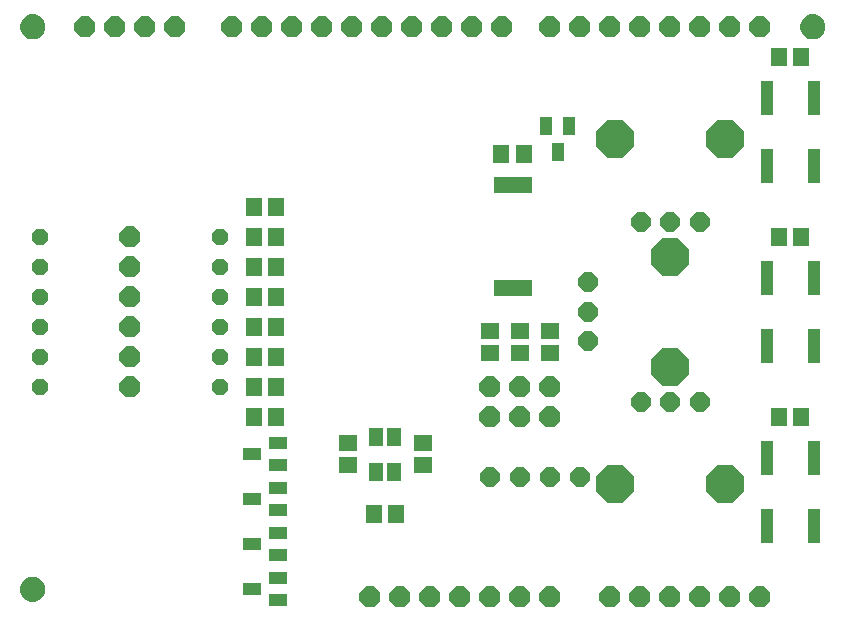
<source format=gts>
G04 EAGLE Gerber RS-274X export*
G75*
%MOMM*%
%FSLAX34Y34*%
%LPD*%
%INTop Solder Mask*%
%IPPOS*%
%AMOC8*
5,1,8,0,0,1.08239X$1,22.5*%
G01*
%ADD10R,3.301600X1.401600*%
%ADD11R,1.401600X1.601600*%
%ADD12P,1.525737X8X112.500000*%
%ADD13R,1.601600X1.401600*%
%ADD14R,1.501600X1.101600*%
%ADD15R,1.101600X2.851600*%
%ADD16P,1.924489X8X22.500000*%
%ADD17P,1.742215X8X112.500000*%
%ADD18R,1.201600X1.601600*%
%ADD19P,1.924489X8X202.500000*%
%ADD20P,1.924489X8X112.500000*%
%ADD21R,1.101600X1.501600*%
%ADD22P,1.742215X8X22.500000*%
%ADD23P,3.482698X8X22.500000*%
%ADD24P,1.742215X8X292.500000*%
%ADD25P,3.482698X8X292.500000*%
%ADD26P,1.742215X8X202.500000*%
%ADD27P,3.482698X8X202.500000*%

G36*
X20842Y491170D02*
X20842Y491170D01*
X20885Y491182D01*
X20951Y491189D01*
X22634Y491640D01*
X22675Y491659D01*
X22738Y491678D01*
X24318Y492415D01*
X24355Y492441D01*
X24414Y492470D01*
X25842Y493470D01*
X25873Y493502D01*
X25926Y493541D01*
X27159Y494774D01*
X27184Y494810D01*
X27230Y494858D01*
X28230Y496286D01*
X28248Y496327D01*
X28285Y496382D01*
X29022Y497962D01*
X29033Y498005D01*
X29060Y498066D01*
X29511Y499749D01*
X29513Y499781D01*
X29520Y499802D01*
X29520Y499817D01*
X29530Y499858D01*
X29682Y501595D01*
X29678Y501639D01*
X29682Y501705D01*
X29530Y503442D01*
X29518Y503485D01*
X29511Y503551D01*
X29060Y505234D01*
X29041Y505275D01*
X29022Y505338D01*
X28285Y506918D01*
X28259Y506955D01*
X28230Y507014D01*
X27230Y508442D01*
X27198Y508473D01*
X27159Y508526D01*
X25926Y509759D01*
X25890Y509784D01*
X25842Y509830D01*
X24414Y510830D01*
X24373Y510848D01*
X24318Y510885D01*
X22738Y511622D01*
X22695Y511633D01*
X22634Y511660D01*
X20951Y512111D01*
X20906Y512114D01*
X20842Y512130D01*
X19105Y512282D01*
X19061Y512278D01*
X18995Y512282D01*
X17258Y512130D01*
X17215Y512118D01*
X17149Y512111D01*
X15466Y511660D01*
X15425Y511641D01*
X15362Y511622D01*
X13782Y510885D01*
X13745Y510859D01*
X13686Y510830D01*
X12258Y509830D01*
X12227Y509798D01*
X12174Y509759D01*
X10941Y508526D01*
X10916Y508490D01*
X10870Y508442D01*
X9870Y507014D01*
X9852Y506973D01*
X9815Y506918D01*
X9078Y505338D01*
X9067Y505295D01*
X9040Y505234D01*
X8589Y503551D01*
X8586Y503506D01*
X8570Y503442D01*
X8418Y501705D01*
X8422Y501661D01*
X8418Y501595D01*
X8570Y499858D01*
X8582Y499815D01*
X8586Y499781D01*
X8586Y499765D01*
X8588Y499760D01*
X8589Y499749D01*
X9040Y498066D01*
X9059Y498025D01*
X9078Y497962D01*
X9815Y496382D01*
X9841Y496345D01*
X9870Y496286D01*
X10870Y494858D01*
X10902Y494827D01*
X10941Y494774D01*
X12174Y493541D01*
X12210Y493516D01*
X12258Y493470D01*
X13686Y492470D01*
X13727Y492452D01*
X13782Y492415D01*
X15362Y491678D01*
X15405Y491667D01*
X15466Y491640D01*
X17149Y491189D01*
X17194Y491186D01*
X17258Y491170D01*
X18995Y491018D01*
X19039Y491022D01*
X19105Y491018D01*
X20842Y491170D01*
G37*
G36*
X681242Y491170D02*
X681242Y491170D01*
X681285Y491182D01*
X681351Y491189D01*
X683034Y491640D01*
X683075Y491659D01*
X683138Y491678D01*
X684718Y492415D01*
X684755Y492441D01*
X684814Y492470D01*
X686242Y493470D01*
X686273Y493502D01*
X686326Y493541D01*
X687559Y494774D01*
X687584Y494810D01*
X687630Y494858D01*
X688630Y496286D01*
X688648Y496327D01*
X688685Y496382D01*
X689422Y497962D01*
X689433Y498005D01*
X689460Y498066D01*
X689911Y499749D01*
X689913Y499781D01*
X689920Y499802D01*
X689920Y499817D01*
X689930Y499858D01*
X690082Y501595D01*
X690078Y501639D01*
X690082Y501705D01*
X689930Y503442D01*
X689918Y503485D01*
X689911Y503551D01*
X689460Y505234D01*
X689441Y505275D01*
X689422Y505338D01*
X688685Y506918D01*
X688659Y506955D01*
X688630Y507014D01*
X687630Y508442D01*
X687598Y508473D01*
X687559Y508526D01*
X686326Y509759D01*
X686290Y509784D01*
X686242Y509830D01*
X684814Y510830D01*
X684773Y510848D01*
X684718Y510885D01*
X683138Y511622D01*
X683095Y511633D01*
X683034Y511660D01*
X681351Y512111D01*
X681306Y512114D01*
X681242Y512130D01*
X679505Y512282D01*
X679461Y512278D01*
X679395Y512282D01*
X677658Y512130D01*
X677615Y512118D01*
X677549Y512111D01*
X675866Y511660D01*
X675825Y511641D01*
X675762Y511622D01*
X674182Y510885D01*
X674145Y510859D01*
X674086Y510830D01*
X672658Y509830D01*
X672627Y509798D01*
X672574Y509759D01*
X671341Y508526D01*
X671316Y508490D01*
X671270Y508442D01*
X670270Y507014D01*
X670252Y506973D01*
X670215Y506918D01*
X669478Y505338D01*
X669467Y505295D01*
X669440Y505234D01*
X668989Y503551D01*
X668986Y503506D01*
X668970Y503442D01*
X668818Y501705D01*
X668822Y501661D01*
X668818Y501595D01*
X668970Y499858D01*
X668982Y499815D01*
X668986Y499781D01*
X668986Y499765D01*
X668988Y499760D01*
X668989Y499749D01*
X669440Y498066D01*
X669459Y498025D01*
X669478Y497962D01*
X670215Y496382D01*
X670241Y496345D01*
X670270Y496286D01*
X671270Y494858D01*
X671302Y494827D01*
X671341Y494774D01*
X672574Y493541D01*
X672610Y493516D01*
X672658Y493470D01*
X674086Y492470D01*
X674127Y492452D01*
X674182Y492415D01*
X675762Y491678D01*
X675805Y491667D01*
X675866Y491640D01*
X677549Y491189D01*
X677594Y491186D01*
X677658Y491170D01*
X679395Y491018D01*
X679439Y491022D01*
X679505Y491018D01*
X681242Y491170D01*
G37*
G36*
X20842Y14920D02*
X20842Y14920D01*
X20885Y14932D01*
X20951Y14939D01*
X22634Y15390D01*
X22675Y15409D01*
X22738Y15428D01*
X24318Y16165D01*
X24355Y16191D01*
X24414Y16220D01*
X25842Y17220D01*
X25873Y17252D01*
X25926Y17291D01*
X27159Y18524D01*
X27184Y18560D01*
X27230Y18608D01*
X28230Y20036D01*
X28248Y20077D01*
X28285Y20132D01*
X29022Y21712D01*
X29033Y21755D01*
X29060Y21816D01*
X29511Y23499D01*
X29513Y23531D01*
X29520Y23552D01*
X29520Y23567D01*
X29530Y23608D01*
X29682Y25345D01*
X29678Y25389D01*
X29682Y25455D01*
X29530Y27192D01*
X29518Y27235D01*
X29511Y27301D01*
X29060Y28984D01*
X29041Y29025D01*
X29022Y29088D01*
X28285Y30668D01*
X28259Y30705D01*
X28230Y30764D01*
X27230Y32192D01*
X27198Y32223D01*
X27159Y32276D01*
X25926Y33509D01*
X25890Y33534D01*
X25842Y33580D01*
X24414Y34580D01*
X24373Y34598D01*
X24318Y34635D01*
X22738Y35372D01*
X22695Y35383D01*
X22634Y35410D01*
X20951Y35861D01*
X20906Y35864D01*
X20842Y35880D01*
X19105Y36032D01*
X19061Y36028D01*
X18995Y36032D01*
X17258Y35880D01*
X17215Y35868D01*
X17149Y35861D01*
X15466Y35410D01*
X15425Y35391D01*
X15362Y35372D01*
X13782Y34635D01*
X13745Y34609D01*
X13686Y34580D01*
X12258Y33580D01*
X12227Y33548D01*
X12174Y33509D01*
X10941Y32276D01*
X10916Y32240D01*
X10870Y32192D01*
X9870Y30764D01*
X9852Y30723D01*
X9815Y30668D01*
X9078Y29088D01*
X9067Y29045D01*
X9040Y28984D01*
X8589Y27301D01*
X8586Y27256D01*
X8570Y27192D01*
X8418Y25455D01*
X8422Y25411D01*
X8418Y25345D01*
X8570Y23608D01*
X8582Y23565D01*
X8586Y23531D01*
X8586Y23515D01*
X8588Y23510D01*
X8589Y23499D01*
X9040Y21816D01*
X9059Y21775D01*
X9078Y21712D01*
X9815Y20132D01*
X9841Y20095D01*
X9870Y20036D01*
X10870Y18608D01*
X10902Y18577D01*
X10941Y18524D01*
X12174Y17291D01*
X12210Y17266D01*
X12258Y17220D01*
X13686Y16220D01*
X13727Y16202D01*
X13782Y16165D01*
X15362Y15428D01*
X15405Y15417D01*
X15466Y15390D01*
X17149Y14939D01*
X17194Y14936D01*
X17258Y14920D01*
X18995Y14768D01*
X19039Y14772D01*
X19105Y14768D01*
X20842Y14920D01*
G37*
D10*
X425450Y280350D03*
X425450Y367350D03*
D11*
X669900Y476250D03*
X650900Y476250D03*
X669900Y323850D03*
X650900Y323850D03*
X669900Y171450D03*
X650900Y171450D03*
D12*
X177800Y247650D03*
X177800Y222250D03*
X177800Y196850D03*
X177800Y273050D03*
X177800Y298450D03*
X177800Y323850D03*
X25400Y196850D03*
X25400Y222250D03*
X25400Y247650D03*
X25400Y273050D03*
X25400Y298450D03*
X25400Y323850D03*
D13*
X406400Y225450D03*
X406400Y244450D03*
X431800Y225450D03*
X431800Y244450D03*
X457200Y225450D03*
X457200Y244450D03*
X285750Y130200D03*
X285750Y149200D03*
X349250Y130200D03*
X349250Y149200D03*
D11*
X308000Y88900D03*
X327000Y88900D03*
X206400Y171450D03*
X225400Y171450D03*
X206400Y196850D03*
X225400Y196850D03*
X206400Y222250D03*
X225400Y222250D03*
X206400Y247650D03*
X225400Y247650D03*
X206400Y273050D03*
X225400Y273050D03*
X206400Y298450D03*
X225400Y298450D03*
X206400Y323850D03*
X225400Y323850D03*
X206400Y349250D03*
X225400Y349250D03*
D14*
X226900Y130200D03*
X226900Y149200D03*
X204900Y139700D03*
X226900Y92100D03*
X226900Y111100D03*
X204900Y101600D03*
X226900Y54000D03*
X226900Y73000D03*
X204900Y63500D03*
X226900Y15900D03*
X226900Y34900D03*
X204900Y25400D03*
D15*
X640400Y384000D03*
X680400Y384000D03*
X680400Y441500D03*
X640400Y441500D03*
X640400Y231600D03*
X680400Y231600D03*
X680400Y289100D03*
X640400Y289100D03*
X640400Y79200D03*
X680400Y79200D03*
X680400Y136700D03*
X640400Y136700D03*
D16*
X533400Y501650D03*
X508000Y19050D03*
X558800Y501650D03*
X584200Y501650D03*
X609600Y501650D03*
X635000Y501650D03*
X508000Y501650D03*
X482600Y501650D03*
X457200Y501650D03*
X416560Y501650D03*
X391160Y501650D03*
X365760Y501650D03*
X340360Y501650D03*
X314960Y501650D03*
X289560Y501650D03*
X264160Y501650D03*
X238760Y501650D03*
X533400Y19050D03*
X558800Y19050D03*
X584200Y19050D03*
X609600Y19050D03*
X635000Y19050D03*
X457200Y19050D03*
X431800Y19050D03*
X406400Y19050D03*
X381000Y19050D03*
X355600Y19050D03*
X330200Y19050D03*
D17*
X406400Y120650D03*
X431800Y120650D03*
X457200Y120650D03*
X482600Y120650D03*
D16*
X304800Y19050D03*
X213360Y501650D03*
X187960Y501650D03*
D18*
X310000Y154700D03*
X310000Y124700D03*
X325000Y124700D03*
X325000Y154700D03*
D19*
X101600Y222250D03*
X101600Y196850D03*
X101600Y247650D03*
X101600Y273050D03*
X101600Y298450D03*
X101600Y323850D03*
D20*
X88900Y501650D03*
X63500Y501650D03*
X114300Y501650D03*
X139700Y501650D03*
D21*
X473050Y417400D03*
X454050Y417400D03*
X463550Y395400D03*
D16*
X406400Y171450D03*
X406400Y196850D03*
X431800Y171450D03*
X431800Y196850D03*
X457200Y171450D03*
X457200Y196850D03*
D22*
X533800Y336400D03*
X558800Y336400D03*
X583800Y336400D03*
D23*
X512300Y406400D03*
X605300Y406400D03*
D24*
X488800Y285350D03*
X488800Y260350D03*
X488800Y235350D03*
D25*
X558800Y306850D03*
X558800Y213850D03*
D26*
X583800Y184300D03*
X558800Y184300D03*
X533800Y184300D03*
D27*
X605300Y114300D03*
X512300Y114300D03*
D11*
X434950Y393700D03*
X415950Y393700D03*
M02*

</source>
